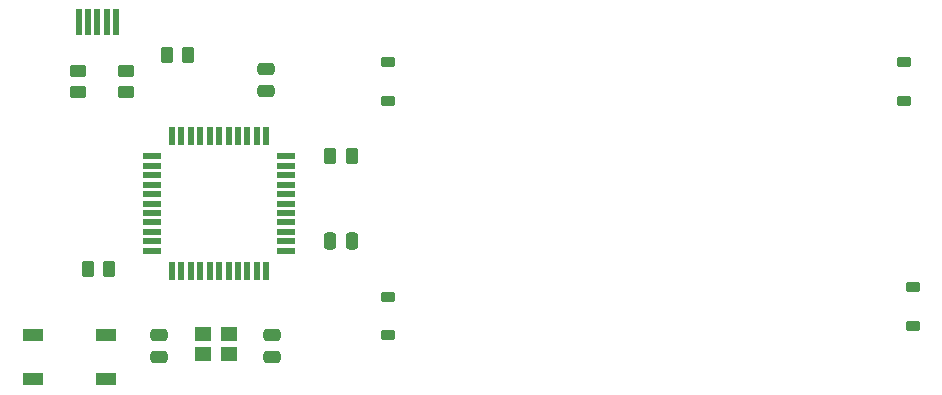
<source format=gbr>
%TF.GenerationSoftware,KiCad,Pcbnew,7.0.5-0*%
%TF.CreationDate,2023-07-02T04:04:51-04:00*%
%TF.ProjectId,Tutorial,5475746f-7269-4616-9c2e-6b696361645f,rev?*%
%TF.SameCoordinates,Original*%
%TF.FileFunction,Paste,Top*%
%TF.FilePolarity,Positive*%
%FSLAX46Y46*%
G04 Gerber Fmt 4.6, Leading zero omitted, Abs format (unit mm)*
G04 Created by KiCad (PCBNEW 7.0.5-0) date 2023-07-02 04:04:51*
%MOMM*%
%LPD*%
G01*
G04 APERTURE LIST*
G04 Aperture macros list*
%AMRoundRect*
0 Rectangle with rounded corners*
0 $1 Rounding radius*
0 $2 $3 $4 $5 $6 $7 $8 $9 X,Y pos of 4 corners*
0 Add a 4 corners polygon primitive as box body*
4,1,4,$2,$3,$4,$5,$6,$7,$8,$9,$2,$3,0*
0 Add four circle primitives for the rounded corners*
1,1,$1+$1,$2,$3*
1,1,$1+$1,$4,$5*
1,1,$1+$1,$6,$7*
1,1,$1+$1,$8,$9*
0 Add four rect primitives between the rounded corners*
20,1,$1+$1,$2,$3,$4,$5,0*
20,1,$1+$1,$4,$5,$6,$7,0*
20,1,$1+$1,$6,$7,$8,$9,0*
20,1,$1+$1,$8,$9,$2,$3,0*%
G04 Aperture macros list end*
%ADD10RoundRect,0.250000X-0.262500X-0.450000X0.262500X-0.450000X0.262500X0.450000X-0.262500X0.450000X0*%
%ADD11RoundRect,0.250000X0.475000X-0.250000X0.475000X0.250000X-0.475000X0.250000X-0.475000X-0.250000X0*%
%ADD12RoundRect,0.225000X0.375000X-0.225000X0.375000X0.225000X-0.375000X0.225000X-0.375000X-0.225000X0*%
%ADD13RoundRect,0.250000X-0.450000X0.262500X-0.450000X-0.262500X0.450000X-0.262500X0.450000X0.262500X0*%
%ADD14RoundRect,0.250000X-0.250000X-0.475000X0.250000X-0.475000X0.250000X0.475000X-0.250000X0.475000X0*%
%ADD15R,1.400000X1.200000*%
%ADD16R,1.800000X1.100000*%
%ADD17R,0.500000X2.250000*%
%ADD18R,1.500000X0.550000*%
%ADD19R,0.550000X1.500000*%
G04 APERTURE END LIST*
D10*
%TO.C,R1*%
X95097321Y-54727375D03*
X96922321Y-54727375D03*
%TD*%
D11*
%TO.C,C3*%
X89681250Y-49218896D03*
X89681250Y-47318896D03*
%TD*%
D12*
%TO.C,D3*%
X100012500Y-69912500D03*
X100012500Y-66612500D03*
%TD*%
D13*
%TO.C,R2*%
X73800000Y-47487500D03*
X73800000Y-49312500D03*
%TD*%
D12*
%TO.C,D4*%
X144462500Y-69118750D03*
X144462500Y-65818750D03*
%TD*%
%TO.C,D2*%
X143668750Y-50068750D03*
X143668750Y-46768750D03*
%TD*%
D14*
%TO.C,C2*%
X95081250Y-61912500D03*
X96981250Y-61912500D03*
%TD*%
D11*
%TO.C,C7*%
X80656250Y-71750000D03*
X80656250Y-69850000D03*
%TD*%
D15*
%TO.C,Y1*%
X86518750Y-69793750D03*
X84318750Y-69793750D03*
X84318750Y-71493750D03*
X86518750Y-71493750D03*
%TD*%
D13*
%TO.C,R3*%
X77800000Y-47494895D03*
X77800000Y-49319895D03*
%TD*%
D11*
%TO.C,C6*%
X90181250Y-71750000D03*
X90181250Y-69850000D03*
%TD*%
D16*
%TO.C,SW1*%
X76158734Y-73603212D03*
X69958734Y-73603212D03*
X76158734Y-69903212D03*
X69958734Y-69903212D03*
%TD*%
D17*
%TO.C,USB1*%
X73806250Y-43393750D03*
X74606250Y-43393750D03*
X75406250Y-43393750D03*
X76206250Y-43393750D03*
X77006250Y-43393750D03*
%TD*%
D12*
%TO.C,D1*%
X100012500Y-50068750D03*
X100012500Y-46768750D03*
%TD*%
D18*
%TO.C,U1*%
X80012500Y-54737500D03*
X80012500Y-55537500D03*
X80012500Y-56337500D03*
X80012500Y-57137500D03*
X80012500Y-57937500D03*
X80012500Y-58737500D03*
X80012500Y-59537500D03*
X80012500Y-60337500D03*
X80012500Y-61137500D03*
X80012500Y-61937500D03*
X80012500Y-62737500D03*
D19*
X81712500Y-64437500D03*
X82512500Y-64437500D03*
X83312500Y-64437500D03*
X84112500Y-64437500D03*
X84912500Y-64437500D03*
X85712500Y-64437500D03*
X86512500Y-64437500D03*
X87312500Y-64437500D03*
X88112500Y-64437500D03*
X88912500Y-64437500D03*
X89712500Y-64437500D03*
D18*
X91412500Y-62737500D03*
X91412500Y-61937500D03*
X91412500Y-61137500D03*
X91412500Y-60337500D03*
X91412500Y-59537500D03*
X91412500Y-58737500D03*
X91412500Y-57937500D03*
X91412500Y-57137500D03*
X91412500Y-56337500D03*
X91412500Y-55537500D03*
X91412500Y-54737500D03*
D19*
X89712500Y-53037500D03*
X88912500Y-53037500D03*
X88112500Y-53037500D03*
X87312500Y-53037500D03*
X86512500Y-53037500D03*
X85712500Y-53037500D03*
X84912500Y-53037500D03*
X84112500Y-53037500D03*
X83312500Y-53037500D03*
X82512500Y-53037500D03*
X81712500Y-53037500D03*
%TD*%
D10*
%TO.C,F1*%
X81287500Y-46200000D03*
X83112500Y-46200000D03*
%TD*%
%TO.C,R4*%
X74600000Y-64293750D03*
X76425000Y-64293750D03*
%TD*%
M02*

</source>
